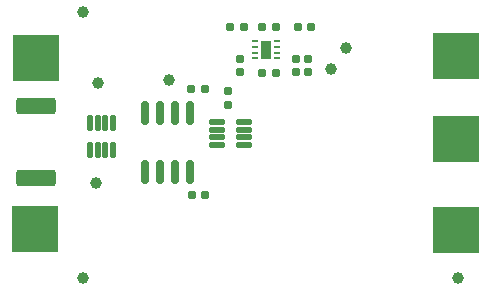
<source format=gts>
%TF.GenerationSoftware,KiCad,Pcbnew,8.0.1*%
%TF.CreationDate,2025-02-04T12:10:19-05:00*%
%TF.ProjectId,diff_amp_breakout,64696666-5f61-46d7-905f-627265616b6f,rev?*%
%TF.SameCoordinates,Original*%
%TF.FileFunction,Soldermask,Top*%
%TF.FilePolarity,Negative*%
%FSLAX46Y46*%
G04 Gerber Fmt 4.6, Leading zero omitted, Abs format (unit mm)*
G04 Created by KiCad (PCBNEW 8.0.1) date 2025-02-04 12:10:19*
%MOMM*%
%LPD*%
G01*
G04 APERTURE LIST*
G04 Aperture macros list*
%AMRoundRect*
0 Rectangle with rounded corners*
0 $1 Rounding radius*
0 $2 $3 $4 $5 $6 $7 $8 $9 X,Y pos of 4 corners*
0 Add a 4 corners polygon primitive as box body*
4,1,4,$2,$3,$4,$5,$6,$7,$8,$9,$2,$3,0*
0 Add four circle primitives for the rounded corners*
1,1,$1+$1,$2,$3*
1,1,$1+$1,$4,$5*
1,1,$1+$1,$6,$7*
1,1,$1+$1,$8,$9*
0 Add four rect primitives between the rounded corners*
20,1,$1+$1,$2,$3,$4,$5,0*
20,1,$1+$1,$4,$5,$6,$7,0*
20,1,$1+$1,$6,$7,$8,$9,0*
20,1,$1+$1,$8,$9,$2,$3,0*%
G04 Aperture macros list end*
%ADD10C,1.000000*%
%ADD11RoundRect,0.125000X0.537500X0.125000X-0.537500X0.125000X-0.537500X-0.125000X0.537500X-0.125000X0*%
%ADD12RoundRect,0.160000X0.160000X-0.197500X0.160000X0.197500X-0.160000X0.197500X-0.160000X-0.197500X0*%
%ADD13RoundRect,0.160000X-0.197500X-0.160000X0.197500X-0.160000X0.197500X0.160000X-0.197500X0.160000X0*%
%ADD14RoundRect,0.062500X0.187500X0.062500X-0.187500X0.062500X-0.187500X-0.062500X0.187500X-0.062500X0*%
%ADD15R,0.900000X1.600000*%
%ADD16RoundRect,0.160000X0.197500X0.160000X-0.197500X0.160000X-0.197500X-0.160000X0.197500X-0.160000X0*%
%ADD17RoundRect,0.155000X-0.212500X-0.155000X0.212500X-0.155000X0.212500X0.155000X-0.212500X0.155000X0*%
%ADD18RoundRect,0.155000X0.155000X-0.212500X0.155000X0.212500X-0.155000X0.212500X-0.155000X-0.212500X0*%
%ADD19RoundRect,0.155000X-0.155000X0.212500X-0.155000X-0.212500X0.155000X-0.212500X0.155000X0.212500X0*%
%ADD20RoundRect,0.150000X-0.150000X0.825000X-0.150000X-0.825000X0.150000X-0.825000X0.150000X0.825000X0*%
%ADD21RoundRect,0.125000X0.125000X-0.537500X0.125000X0.537500X-0.125000X0.537500X-0.125000X-0.537500X0*%
%ADD22RoundRect,0.249999X-1.425001X0.450001X-1.425001X-0.450001X1.425001X-0.450001X1.425001X0.450001X0*%
%ADD23R,4.000000X4.000000*%
G04 APERTURE END LIST*
D10*
%TO.C,TP5*%
X118750000Y-58000000D03*
%TD*%
%TO.C,TP4*%
X120000000Y-56250000D03*
%TD*%
%TO.C,TP3*%
X99000000Y-59250000D03*
%TD*%
%TO.C,TP2*%
X98875000Y-67675000D03*
%TD*%
%TO.C,TP1*%
X105000000Y-59000000D03*
%TD*%
%TO.C,FID3*%
X129500000Y-75750000D03*
%TD*%
%TO.C,FID2*%
X97750000Y-53250000D03*
%TD*%
%TO.C,FID1*%
X97750000Y-75750000D03*
%TD*%
D11*
%TO.C,RN2*%
X111373500Y-64475000D03*
X111373500Y-63825000D03*
X111373500Y-63175000D03*
X111373500Y-62525000D03*
X109098500Y-62525000D03*
X109098500Y-63175000D03*
X109098500Y-63825000D03*
X109098500Y-64475000D03*
%TD*%
D12*
%TO.C,R6*%
X110000000Y-61097500D03*
X110000000Y-59902500D03*
%TD*%
D13*
%TO.C,R5*%
X106902500Y-59750000D03*
X108097500Y-59750000D03*
%TD*%
D14*
%TO.C,U3*%
X114200000Y-57150000D03*
X114200000Y-56650000D03*
X114200000Y-56150000D03*
X114200000Y-55650000D03*
X112300000Y-55650000D03*
X112300000Y-56150000D03*
X112300000Y-56650000D03*
X112300000Y-57150000D03*
D15*
X113250000Y-56400000D03*
%TD*%
D13*
%TO.C,R4*%
X110152500Y-54500000D03*
X111347500Y-54500000D03*
%TD*%
%TO.C,R3*%
X112902500Y-54500000D03*
X114097500Y-54500000D03*
%TD*%
D16*
%TO.C,R2*%
X114097500Y-58400000D03*
X112902500Y-58400000D03*
%TD*%
D17*
%TO.C,C5*%
X115932500Y-54500000D03*
X117067500Y-54500000D03*
%TD*%
D18*
%TO.C,C4*%
X111000000Y-58317500D03*
X111000000Y-57182500D03*
%TD*%
%TO.C,C3*%
X115750000Y-58317500D03*
X115750000Y-57182500D03*
%TD*%
D17*
%TO.C,C2*%
X106932500Y-68750000D03*
X108067500Y-68750000D03*
%TD*%
D19*
%TO.C,C1*%
X116750000Y-57182500D03*
X116750000Y-58317500D03*
%TD*%
D20*
%TO.C,U1*%
X106807000Y-61787000D03*
X105537000Y-61787000D03*
X104267000Y-61787000D03*
X102997000Y-61787000D03*
X102997000Y-66737000D03*
X104267000Y-66737000D03*
X105537000Y-66737000D03*
X106807000Y-66737000D03*
%TD*%
D21*
%TO.C,RN1*%
X98339000Y-64891500D03*
X98989000Y-64891500D03*
X99639000Y-64891500D03*
X100289000Y-64891500D03*
X100289000Y-62616500D03*
X99639000Y-62616500D03*
X98989000Y-62616500D03*
X98339000Y-62616500D03*
%TD*%
D22*
%TO.C,R1*%
X93726000Y-61212000D03*
X93726000Y-67312000D03*
%TD*%
D23*
%TO.C,J3*%
X93726000Y-57150000D03*
%TD*%
%TO.C,J2*%
X129286000Y-64008000D03*
%TD*%
%TO.C,J4*%
X93700000Y-71628000D03*
%TD*%
%TO.C,J5*%
X129286000Y-71636500D03*
%TD*%
%TO.C,J1*%
X129286000Y-56904500D03*
%TD*%
M02*

</source>
